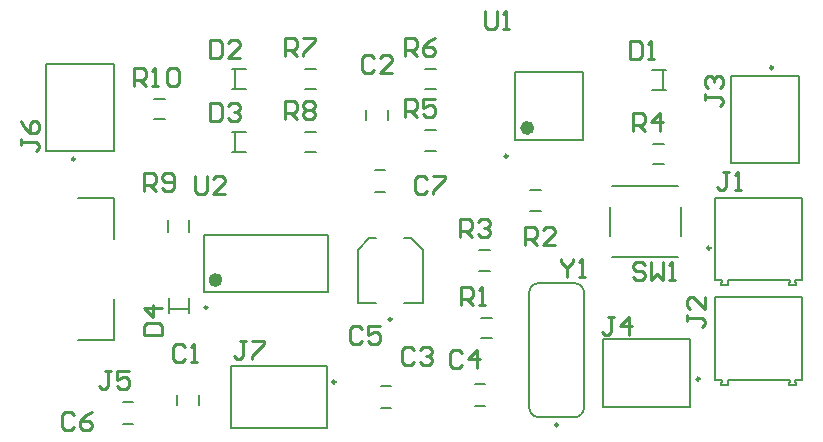
<source format=gto>
G04*
G04 #@! TF.GenerationSoftware,Altium Limited,Altium Designer,23.10.1 (27)*
G04*
G04 Layer_Color=65535*
%FSLAX44Y44*%
%MOMM*%
G71*
G04*
G04 #@! TF.SameCoordinates,64171CFE-22FE-4E7E-97F9-8EA8A996B151*
G04*
G04*
G04 #@! TF.FilePolarity,Positive*
G04*
G01*
G75*
%ADD10C,0.2500*%
%ADD11C,0.6000*%
%ADD12C,0.2000*%
%ADD13C,0.2540*%
D10*
X547980Y312420D02*
G03*
X547980Y312420I-1250J0D01*
G01*
X918360Y578420D02*
G03*
X918360Y578420I-1250J0D01*
G01*
X856330Y314960D02*
G03*
X856330Y314960I-1250J0D01*
G01*
X439700Y375500D02*
G03*
X439700Y375500I-1250J0D01*
G01*
X736580Y276110D02*
G03*
X736580Y276110I-1250J0D01*
G01*
X865510Y425810D02*
G03*
X865510Y425810I-1250J0D01*
G01*
X693730Y503600D02*
G03*
X693730Y503600I-1250J0D01*
G01*
X327470Y501080D02*
G03*
X327470Y501080I-1250J0D01*
G01*
X595610Y365400D02*
G03*
X595610Y365400I-1250J0D01*
G01*
D11*
X449450Y398750D02*
G03*
X449450Y398750I-3000J0D01*
G01*
X713480Y527600D02*
G03*
X713480Y527600I-3000J0D01*
G01*
D12*
X712080Y290860D02*
G03*
X720330Y282610I8250J0D01*
G01*
X750330Y282610D02*
G03*
X758580Y290860I0J8250D01*
G01*
Y387860D02*
G03*
X750330Y396110I-8250J0D01*
G01*
X720330Y396110D02*
G03*
X712080Y387860I0J-8250D01*
G01*
X540980Y273320D02*
Y326120D01*
X459780D02*
X540980D01*
X459780Y273320D02*
Y326120D01*
Y273320D02*
X540980D01*
X407540Y373940D02*
X423040D01*
X423790Y371190D02*
Y383190D01*
X406790Y371190D02*
Y383190D01*
X432201Y292946D02*
Y301414D01*
X413619Y292946D02*
Y301414D01*
X367876Y276459D02*
X376344D01*
X367876Y295041D02*
X376344D01*
X360830Y347910D02*
Y382610D01*
Y433610D02*
Y468310D01*
X330330Y347910D02*
X360830D01*
X330330Y468310D02*
X360830D01*
X869320Y398350D02*
Y468350D01*
X943320Y398350D02*
Y468350D01*
X869320D02*
X943320D01*
X931770Y394350D02*
X938270D01*
X937520Y398350D02*
X938270Y394350D01*
X931770D02*
X932520Y398350D01*
X937520D02*
X943320D01*
X880120D02*
X880870Y394350D01*
X874370D02*
X875120Y398350D01*
X874370Y394350D02*
X880870D01*
X869320Y398350D02*
X875120D01*
X880120D02*
X932520D01*
X940610Y497670D02*
Y571670D01*
X883110Y497670D02*
X940610D01*
X883110D02*
Y571670D01*
X940610D01*
X848330Y291460D02*
Y348960D01*
X774330D02*
X848330D01*
X774330Y291460D02*
Y348960D01*
Y291460D02*
X848330D01*
X541450Y388750D02*
Y436750D01*
X436450Y388750D02*
Y436750D01*
X541450D01*
X436450Y388750D02*
X541450D01*
X424081Y439766D02*
Y449234D01*
X406499Y439766D02*
Y449234D01*
X869320Y313970D02*
Y383970D01*
X943320Y313970D02*
Y383970D01*
X869320D02*
X943320D01*
X931770Y309970D02*
X938270D01*
X937520Y313970D02*
X938270Y309970D01*
X931770D02*
X932520Y313970D01*
X937520D02*
X943320D01*
X880120D02*
X880870Y309970D01*
X874370D02*
X875120Y313970D01*
X874370Y309970D02*
X880870D01*
X869320Y313970D02*
X875120D01*
X880120D02*
X932520D01*
X758580Y290860D02*
Y387860D01*
X712080Y290860D02*
Y387860D01*
X720330Y396110D02*
X750330D01*
X720330Y282610D02*
X750330D01*
X750330Y282610D01*
X712816Y457299D02*
X722284D01*
X712816Y474881D02*
X722284D01*
X586794Y290429D02*
X595261D01*
X586794Y309011D02*
X595261D01*
X782010Y418310D02*
X838510D01*
X780260Y436060D02*
Y460560D01*
X782010Y478310D02*
X838510D01*
X840260Y436060D02*
Y460560D01*
X700480Y517600D02*
X757480D01*
X700480Y574600D02*
X757480D01*
X700480Y517600D02*
Y574600D01*
X757480Y517600D02*
Y574600D01*
X302720Y507830D02*
X360220D01*
Y581830D01*
X302720D02*
X360220D01*
X302720Y507830D02*
Y581830D01*
X611860Y433900D02*
X621860Y423900D01*
X566860D02*
X576860Y433900D01*
X606110D02*
X611860D01*
X576860D02*
X582610D01*
X621860Y378900D02*
Y423900D01*
X566860Y378900D02*
Y423900D01*
Y378900D02*
X582610D01*
X606110D02*
X621860D01*
X581236Y473309D02*
X589704D01*
X581236Y491891D02*
X589704D01*
X394089Y552351D02*
X403556D01*
X394089Y534769D02*
X403556D01*
X670906Y366931D02*
X680374D01*
X670906Y349349D02*
X680374D01*
X669679Y424081D02*
X679146D01*
X669679Y406499D02*
X679146D01*
X592221Y534246D02*
Y542714D01*
X573639Y534246D02*
Y542714D01*
X825220Y559940D02*
Y575440D01*
X815970Y576190D02*
X827970D01*
X815970Y559190D02*
X827970D01*
X816956Y514251D02*
X826424D01*
X816956Y496669D02*
X826424D01*
X623916Y525681D02*
X633384D01*
X623916Y508099D02*
X633384D01*
X623916Y577751D02*
X633384D01*
X623916Y560169D02*
X633384D01*
X666326Y291699D02*
X674794D01*
X666326Y310281D02*
X674794D01*
X522316Y524411D02*
X531784D01*
X522316Y506829D02*
X531784D01*
X522316Y577751D02*
X531784D01*
X522316Y560169D02*
X531784D01*
X462840Y507870D02*
Y523370D01*
X460090Y507120D02*
X472090D01*
X460090Y524120D02*
X472090D01*
X462840Y561210D02*
Y576710D01*
X460090Y560460D02*
X472090D01*
X460090Y577460D02*
X472090D01*
D13*
X472441Y346707D02*
X467363D01*
X469902D01*
Y334012D01*
X467363Y331473D01*
X464823D01*
X462284Y334012D01*
X477519Y346707D02*
X487676D01*
Y344168D01*
X477519Y334012D01*
Y331473D01*
X739143Y416558D02*
Y414018D01*
X744222Y408940D01*
X749300Y414018D01*
Y416558D01*
X744222Y408940D02*
Y401323D01*
X754378D02*
X759457D01*
X756918D01*
Y416558D01*
X754378Y414018D01*
X377698Y563372D02*
Y578607D01*
X385316D01*
X387855Y576068D01*
Y570989D01*
X385316Y568450D01*
X377698D01*
X382776D02*
X387855Y563372D01*
X392933D02*
X398011D01*
X395472D01*
Y578607D01*
X392933Y576068D01*
X405629D02*
X408168Y578607D01*
X413246D01*
X415786Y576068D01*
Y565911D01*
X413246Y563372D01*
X408168D01*
X405629Y565911D01*
Y576068D01*
X281943Y518161D02*
Y513083D01*
Y515622D01*
X294638D01*
X297178Y513083D01*
Y510543D01*
X294638Y508004D01*
X281943Y533396D02*
X284482Y528317D01*
X289560Y523239D01*
X294638D01*
X297178Y525778D01*
Y530857D01*
X294638Y533396D01*
X292099D01*
X289560Y530857D01*
Y523239D01*
X358141Y321307D02*
X353063D01*
X355602D01*
Y308612D01*
X353063Y306073D01*
X350523D01*
X347984Y308612D01*
X373376Y321307D02*
X363219D01*
Y313690D01*
X368298Y316229D01*
X370837D01*
X373376Y313690D01*
Y308612D01*
X370837Y306073D01*
X365758D01*
X363219Y308612D01*
X429264Y486408D02*
Y473712D01*
X431803Y471172D01*
X436882D01*
X439421Y473712D01*
Y486408D01*
X454656Y471172D02*
X444499D01*
X454656Y481329D01*
Y483868D01*
X452117Y486408D01*
X447038D01*
X444499Y483868D01*
X674370Y626105D02*
Y613409D01*
X676909Y610870D01*
X681988D01*
X684527Y613409D01*
Y626105D01*
X689605Y610870D02*
X694683D01*
X692144D01*
Y626105D01*
X689605Y623566D01*
X810263Y411478D02*
X807723Y414017D01*
X802645D01*
X800106Y411478D01*
Y408939D01*
X802645Y406400D01*
X807723D01*
X810263Y403861D01*
Y401322D01*
X807723Y398783D01*
X802645D01*
X800106Y401322D01*
X815341Y414017D02*
Y398783D01*
X820419Y403861D01*
X825498Y398783D01*
Y414017D01*
X830576Y398783D02*
X835654D01*
X833115D01*
Y414017D01*
X830576Y411478D01*
X386084Y473713D02*
Y488947D01*
X393702D01*
X396241Y486408D01*
Y481330D01*
X393702Y478791D01*
X386084D01*
X391162D02*
X396241Y473713D01*
X401319Y476252D02*
X403858Y473713D01*
X408937D01*
X411476Y476252D01*
Y486408D01*
X408937Y488947D01*
X403858D01*
X401319Y486408D01*
Y483869D01*
X403858Y481330D01*
X411476D01*
X505714Y535432D02*
Y550667D01*
X513331D01*
X515871Y548128D01*
Y543050D01*
X513331Y540510D01*
X505714D01*
X510792D02*
X515871Y535432D01*
X520949Y548128D02*
X523488Y550667D01*
X528567D01*
X531106Y548128D01*
Y545589D01*
X528567Y543050D01*
X531106Y540510D01*
Y537971D01*
X528567Y535432D01*
X523488D01*
X520949Y537971D01*
Y540510D01*
X523488Y543050D01*
X520949Y545589D01*
Y548128D01*
X523488Y543050D02*
X528567D01*
X505714Y588772D02*
Y604007D01*
X513331D01*
X515871Y601468D01*
Y596390D01*
X513331Y593850D01*
X505714D01*
X510792D02*
X515871Y588772D01*
X520949Y604007D02*
X531106D01*
Y601468D01*
X520949Y591311D01*
Y588772D01*
X607314D02*
Y604007D01*
X614931D01*
X617471Y601468D01*
Y596390D01*
X614931Y593850D01*
X607314D01*
X612392D02*
X617471Y588772D01*
X632706Y604007D02*
X627627Y601468D01*
X622549Y596390D01*
Y591311D01*
X625088Y588772D01*
X630167D01*
X632706Y591311D01*
Y593850D01*
X630167Y596390D01*
X622549D01*
X607314Y536702D02*
Y551937D01*
X614931D01*
X617471Y549398D01*
Y544319D01*
X614931Y541780D01*
X607314D01*
X612392D02*
X617471Y536702D01*
X632706Y551937D02*
X622549D01*
Y544319D01*
X627627Y546859D01*
X630167D01*
X632706Y544319D01*
Y539241D01*
X630167Y536702D01*
X625088D01*
X622549Y539241D01*
X800354Y525272D02*
Y540507D01*
X807971D01*
X810511Y537968D01*
Y532890D01*
X807971Y530350D01*
X800354D01*
X805432D02*
X810511Y525272D01*
X823207D02*
Y540507D01*
X815589Y532890D01*
X825746D01*
X653288Y435102D02*
Y450337D01*
X660906D01*
X663445Y447798D01*
Y442719D01*
X660906Y440180D01*
X653288D01*
X658366D02*
X663445Y435102D01*
X668523Y447798D02*
X671062Y450337D01*
X676141D01*
X678680Y447798D01*
Y445259D01*
X676141Y442719D01*
X673601D01*
X676141D01*
X678680Y440180D01*
Y437641D01*
X676141Y435102D01*
X671062D01*
X668523Y437641D01*
X708622Y427993D02*
Y443228D01*
X716239D01*
X718778Y440688D01*
Y435610D01*
X716239Y433071D01*
X708622D01*
X713700D02*
X718778Y427993D01*
X734014D02*
X723857D01*
X734014Y438149D01*
Y440688D01*
X731474Y443228D01*
X726396D01*
X723857Y440688D01*
X654304Y377952D02*
Y393187D01*
X661921D01*
X664461Y390648D01*
Y385569D01*
X661921Y383030D01*
X654304D01*
X659382D02*
X664461Y377952D01*
X669539D02*
X674617D01*
X672078D01*
Y393187D01*
X669539Y390648D01*
X783591Y367028D02*
X778512D01*
X781052D01*
Y354332D01*
X778512Y351792D01*
X775973D01*
X773434Y354332D01*
X796287Y351792D02*
Y367028D01*
X788669Y359410D01*
X798826D01*
X861062Y556261D02*
Y551183D01*
Y553722D01*
X873758D01*
X876298Y551183D01*
Y548643D01*
X873758Y546104D01*
X863602Y561339D02*
X861062Y563878D01*
Y568957D01*
X863602Y571496D01*
X866141D01*
X868680Y568957D01*
Y566418D01*
Y568957D01*
X871219Y571496D01*
X873758D01*
X876298Y568957D01*
Y563878D01*
X873758Y561339D01*
X845823Y369011D02*
Y363932D01*
Y366472D01*
X858518D01*
X861058Y363932D01*
Y361393D01*
X858518Y358854D01*
X861058Y384246D02*
Y374089D01*
X850901Y384246D01*
X848362D01*
X845823Y381707D01*
Y376628D01*
X848362Y374089D01*
X881380Y490218D02*
X876302D01*
X878841D01*
Y477522D01*
X876302Y474982D01*
X873763D01*
X871223Y477522D01*
X886458Y474982D02*
X891537D01*
X888998D01*
Y490218D01*
X886458Y487678D01*
X386082Y351794D02*
X401317D01*
Y359412D01*
X398778Y361951D01*
X388622D01*
X386082Y359412D01*
Y351794D01*
X401317Y374647D02*
X386082D01*
X393700Y367029D01*
Y377186D01*
X441706Y548889D02*
Y533654D01*
X449324D01*
X451863Y536193D01*
Y546350D01*
X449324Y548889D01*
X441706D01*
X456941Y546350D02*
X459480Y548889D01*
X464559D01*
X467098Y546350D01*
Y543811D01*
X464559Y541272D01*
X462019D01*
X464559D01*
X467098Y538732D01*
Y536193D01*
X464559Y533654D01*
X459480D01*
X456941Y536193D01*
X441706Y602229D02*
Y586994D01*
X449324D01*
X451863Y589533D01*
Y599690D01*
X449324Y602229D01*
X441706D01*
X467098Y586994D02*
X456941D01*
X467098Y597151D01*
Y599690D01*
X464559Y602229D01*
X459480D01*
X456941Y599690D01*
X797560Y600959D02*
Y585724D01*
X805178D01*
X807717Y588263D01*
Y598420D01*
X805178Y600959D01*
X797560D01*
X812795Y585724D02*
X817873D01*
X815334D01*
Y600959D01*
X812795Y598420D01*
X625633Y483868D02*
X623094Y486408D01*
X618016D01*
X615476Y483868D01*
Y473712D01*
X618016Y471172D01*
X623094D01*
X625633Y473712D01*
X630712Y486408D02*
X640868D01*
Y483868D01*
X630712Y473712D01*
Y471172D01*
X326391Y284478D02*
X323852Y287017D01*
X318773D01*
X316234Y284478D01*
Y274322D01*
X318773Y271782D01*
X323852D01*
X326391Y274322D01*
X341626Y287017D02*
X336548Y284478D01*
X331469Y279400D01*
Y274322D01*
X334008Y271782D01*
X339087D01*
X341626Y274322D01*
Y276861D01*
X339087Y279400D01*
X331469D01*
X570231Y356868D02*
X567692Y359408D01*
X562613D01*
X560074Y356868D01*
Y346712D01*
X562613Y344173D01*
X567692D01*
X570231Y346712D01*
X585466Y359408D02*
X575309D01*
Y351790D01*
X580387Y354329D01*
X582927D01*
X585466Y351790D01*
Y346712D01*
X582927Y344173D01*
X577848D01*
X575309Y346712D01*
X655063Y336546D02*
X652523Y339085D01*
X647445D01*
X644906Y336546D01*
Y326389D01*
X647445Y323850D01*
X652523D01*
X655063Y326389D01*
X667759Y323850D02*
Y339085D01*
X660141Y331468D01*
X670298D01*
X614681Y339088D02*
X612142Y341628D01*
X607063D01*
X604524Y339088D01*
Y328932D01*
X607063Y326393D01*
X612142D01*
X614681Y328932D01*
X619759Y339088D02*
X622298Y341628D01*
X627377D01*
X629916Y339088D01*
Y336549D01*
X627377Y334010D01*
X624837D01*
X627377D01*
X629916Y331471D01*
Y328932D01*
X627377Y326393D01*
X622298D01*
X619759Y328932D01*
X580387Y586990D02*
X577848Y589529D01*
X572769D01*
X570230Y586990D01*
Y576833D01*
X572769Y574294D01*
X577848D01*
X580387Y576833D01*
X595622Y574294D02*
X585465D01*
X595622Y584451D01*
Y586990D01*
X593083Y589529D01*
X588004D01*
X585465Y586990D01*
X420370Y341628D02*
X417831Y344168D01*
X412752D01*
X410213Y341628D01*
Y331472D01*
X412752Y328932D01*
X417831D01*
X420370Y331472D01*
X425448Y328932D02*
X430527D01*
X427988D01*
Y344168D01*
X425448Y341628D01*
M02*

</source>
